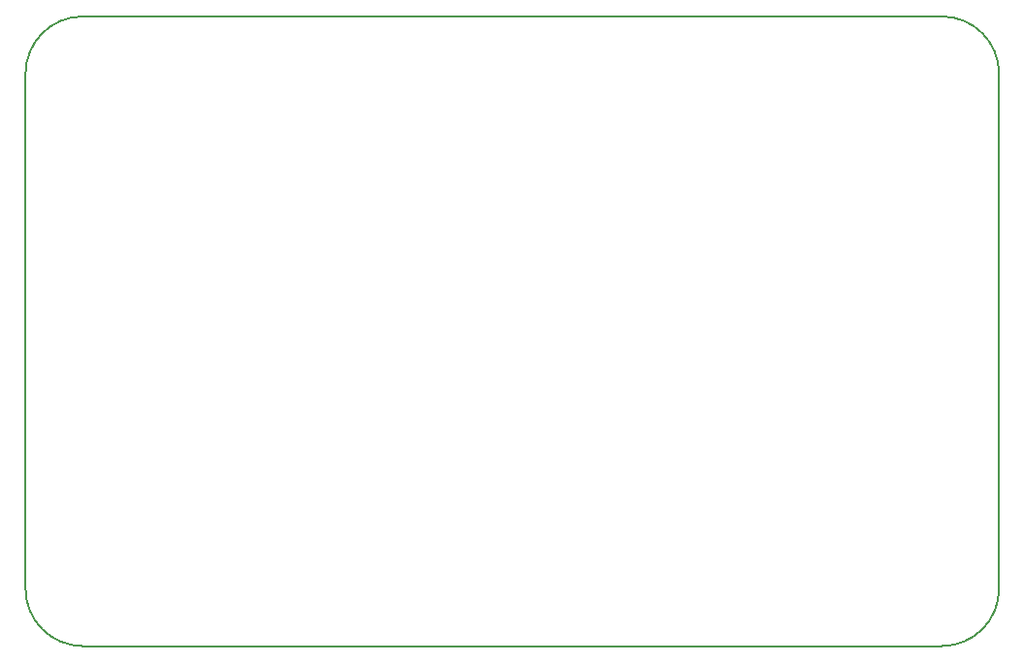
<source format=gbr>
G04 #@! TF.FileFunction,Profile,NP*
%FSLAX46Y46*%
G04 Gerber Fmt 4.6, Leading zero omitted, Abs format (unit mm)*
G04 Created by KiCad (PCBNEW 201609201018+7184~55~ubuntu14.04.1-) date Tue Sep 27 19:15:18 2016*
%MOMM*%
%LPD*%
G01*
G04 APERTURE LIST*
%ADD10C,0.100000*%
%ADD11C,0.200000*%
%ADD12C,0.150000*%
G04 APERTURE END LIST*
D10*
D11*
X5000000Y55000000D02*
G75*
G03X0Y50000000I0J-5000000D01*
G01*
X0Y5000000D02*
G75*
G03X5000000Y0I5000000J0D01*
G01*
X80000000Y0D02*
G75*
G03X85000000Y5000000I0J5000000D01*
G01*
X85000000Y50000000D02*
G75*
G03X80000000Y55000000I-5000000J0D01*
G01*
D12*
X0Y5000000D02*
X0Y50000000D01*
X80000000Y0D02*
X5000000Y0D01*
X85000000Y50000000D02*
X85000000Y5000000D01*
X5000000Y55000000D02*
X80000000Y55000000D01*
M02*

</source>
